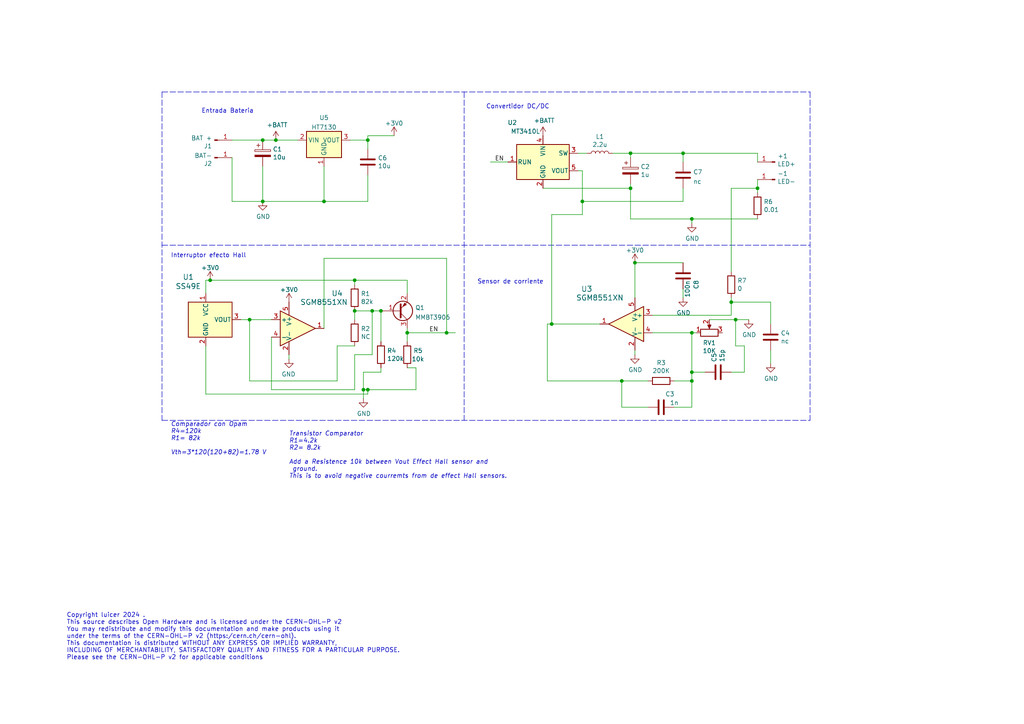
<source format=kicad_sch>
(kicad_sch (version 20211123) (generator eeschema)
  (paper "A4")
  (title_block (title "Driver Switching Regulator ") (company "Luicer's Lab"))
  (lib_symbols
    (symbol "Buck:MT3410L" (pin_names (offset 0.254))
      (property "Reference" "U" (at -6.35 6.35 0))
      (property "Value" "MT3410L" (at 1.27 6.35 0))
      (symbol "MT3410L_0_1"
        (rectangle (start -7.62 5.08) (end 7.62 -5.08) (stroke (width 0.254)) (fill (type background)))
      )
      (symbol "MT3410L_1_1"
        (pin input line (at -10.16 0 0) (length 2.54) (name "RUN") (number "1"))
        (pin power_in line (at 0 -7.62 90) (length 2.54) (name "GND") (number "2"))
        (pin output line (at 10.16 2.54 180) (length 2.54) (name "SW") (number "3"))
        (pin power_in line (at 0 7.62 270) (length 2.54) (name "VIN") (number "4"))
        (pin power_out line (at 10.16 -2.54 180) (length 2.54) (name "VOUT") (number "5"))
      )
    )
    (symbol "Buck:SGM8551XN" (pin_names (offset 0.254))
      (property "Reference" "U" (at 30.48 6.35 0))
      (property "Value" "SGM8551XN" (at 30.48 3.81 0))
      (symbol "SGM8551XN_1_1"
        (polyline (pts (xy 26.67 -3.81) (xy 16.51 1.27) (xy 16.51 -8.89) (xy 26.67 -3.81)) (stroke (width 0.254)) (fill (type background)))
        (pin output line (at 29.21 -3.81 180) (length 2.54) (name "~") (number "1"))
        (pin power_in line (at 19.05 -11.43 90) (length 3.81) (name "V-") (number "2"))
        (pin input line (at 13.97 -1.27 0) (length 2.54) (name "+") (number "3"))
        (pin input line (at 13.97 -6.35 0) (length 2.54) (name "-") (number "4"))
        (pin power_in line (at 19.05 3.81 270) (length 3.81) (name "V+") (number "5"))
      )
    )
    (symbol "Buck:SS49E" (pin_names (offset 0.254))
      (property "Reference" "U" (at 20.32 10.16 0))
      (property "Value" "SS49E" (at 20.32 7.62 0))
      (symbol "SS49E_1_1"
        (rectangle (start 20.32 2.54) (end 33.02 -7.62) (stroke (width 0.254)) (fill (type background)))
        (pin power_in line (at 25.4 5.08 270) (length 2.54) (name "VCC") (number "1"))
        (pin power_in line (at 25.4 -10.16 90) (length 2.54) (name "GND") (number "2"))
        (pin output line (at 35.56 -2.54 180) (length 2.54) (name "VOUT") (number "3"))
      )
    )
    (symbol "Connector:Conn_01x01_Male" (pin_names (offset 1.016) hide)
      (property "Reference" "J" (at 0 2.54 0))
      (property "Value" "Conn_01x01_Male" (at 0 -2.54 0))
      (symbol "Conn_01x01_Male_1_1"
        (polyline (pts (xy 1.27 0) (xy 0.8636 0)) (stroke (width 0.1524)))
        (rectangle (start 0.8636 0.127) (end 0 -0.127) (stroke (width 0.1524)) (fill (type outline)))
        (pin passive line (at 5.08 0 180) (length 3.81) (name "Pin_1") (number "1"))
      )
    )
    (symbol "Device:C" (pin_numbers hide) (pin_names (offset 0.254))
      (property "Reference" "C" (at 0.635 2.54 0))
      (property "Value" "C" (at 0.635 -2.54 0))
      (symbol "C_0_1"
        (polyline (pts (xy -2.032 -0.762) (xy 2.032 -0.762)) (stroke (width 0.508)))
        (polyline (pts (xy -2.032 0.762) (xy 2.032 0.762)) (stroke (width 0.508)))
      )
      (symbol "C_1_1"
        (pin passive line (at 0 3.81 270) (length 2.794) (name "~") (number "1"))
        (pin passive line (at 0 -3.81 90) (length 2.794) (name "~") (number "2"))
      )
    )
    (symbol "Device:C_Polarized" (pin_numbers hide) (pin_names (offset 0.254))
      (property "Reference" "C" (at 0.635 2.54 0))
      (property "Value" "C_Polarized" (at 0.635 -2.54 0))
      (symbol "C_Polarized_0_1"
        (rectangle (start -2.286 0.508) (end 2.286 1.016))
        (polyline (pts (xy -1.778 2.286) (xy -0.762 2.286)))
        (polyline (pts (xy -1.27 2.794) (xy -1.27 1.778)))
        (rectangle (start 2.286 -0.508) (end -2.286 -1.016) (fill (type outline)))
      )
      (symbol "C_Polarized_1_1"
        (pin passive line (at 0 3.81 270) (length 2.794) (name "~") (number "1"))
        (pin passive line (at 0 -3.81 90) (length 2.794) (name "~") (number "2"))
      )
    )
    (symbol "Device:L" (pin_numbers hide) (pin_names (offset 1.016) hide)
      (property "Reference" "L" (at -1.27 0 90))
      (property "Value" "L" (at 1.905 0 90))
      (symbol "L_0_1"
        (arc (start 0 -2.54) (mid 0.635 -1.905) (end 0 -1.27))
        (arc (start 0 -1.27) (mid 0.635 -0.635) (end 0 0))
        (arc (start 0 0) (mid 0.635 0.635) (end 0 1.27))
        (arc (start 0 1.27) (mid 0.635 1.905) (end 0 2.54))
      )
      (symbol "L_1_1"
        (pin passive line (at 0 3.81 270) (length 1.27) (name "1") (number "1"))
        (pin passive line (at 0 -3.81 90) (length 1.27) (name "2") (number "2"))
      )
    )
    (symbol "Device:R" (pin_numbers hide) (pin_names (offset 0))
      (property "Reference" "R" (at 2.032 0 90))
      (property "Value" "R" (at 0 0 90))
      (symbol "R_0_1"
        (rectangle (start -1.016 -2.54) (end 1.016 2.54) (stroke (width 0.254)))
      )
      (symbol "R_1_1"
        (pin passive line (at 0 3.81 270) (length 1.27) (name "~") (number "1"))
        (pin passive line (at 0 -3.81 90) (length 1.27) (name "~") (number "2"))
      )
    )
    (symbol "Device:R_Potentiometer" (pin_names (offset 1.016) hide)
      (property "Reference" "RV" (at -4.445 0 90))
      (property "Value" "R_Potentiometer" (at -2.54 0 90))
      (symbol "R_Potentiometer_0_1"
        (polyline (pts (xy 2.54 0) (xy 1.524 0)))
        (polyline (pts (xy 1.143 0) (xy 2.286 0.508) (xy 2.286 -0.508) (xy 1.143 0)) (fill (type outline)))
        (rectangle (start 1.016 2.54) (end -1.016 -2.54) (stroke (width 0.254)))
      )
      (symbol "R_Potentiometer_1_1"
        (pin passive line (at 0 3.81 270) (length 1.27) (name "1") (number "1"))
        (pin passive line (at 3.81 0 180) (length 1.27) (name "2") (number "2"))
        (pin passive line (at 0 -3.81 90) (length 1.27) (name "3") (number "3"))
      )
    )
    (symbol "Regulator_Linear:HT75xx-1-SOT89"
      (property "Reference" "U" (at -5.08 -3.81 0))
      (property "Value" "HT75xx-1-SOT89" (at 0 6.35 0))
      (symbol "HT75xx-1-SOT89_0_1"
        (rectangle (start -5.08 5.08) (end 5.08 -2.54) (stroke (width 0.254)) (fill (type background)))
      )
      (symbol "HT75xx-1-SOT89_1_1"
        (pin power_in line (at 0 -5.08 90) (length 2.54) (name "GND") (number "1"))
        (pin power_in line (at -7.62 2.54 0) (length 2.54) (name "VIN") (number "2"))
        (pin power_out line (at 7.62 2.54 180) (length 2.54) (name "VOUT") (number "3"))
      )
    )
    (symbol "Transistor_BJT:MMBT3906" (pin_names (offset 0) hide)
      (property "Reference" "Q" (at 5.08 1.905 0))
      (property "Value" "MMBT3906" (at 5.08 0 0))
      (symbol "MMBT3906_0_1"
        (polyline (pts (xy 0.635 0.635) (xy 2.54 2.54)))
        (polyline (pts (xy 0.635 -0.635) (xy 2.54 -2.54) (xy 2.54 -2.54)))
        (polyline (pts (xy 0.635 1.905) (xy 0.635 -1.905) (xy 0.635 -1.905)) (stroke (width 0.508)))
        (polyline (pts (xy 2.286 -1.778) (xy 1.778 -2.286) (xy 1.27 -1.27) (xy 2.286 -1.778) (xy 2.286 -1.778)) (fill (type outline)))
        (circle (center 1.27 0) (radius 2.8194) (stroke (width 0.254)))
      )
      (symbol "MMBT3906_1_1"
        (pin input line (at -5.08 0 0) (length 5.715) (name "B") (number "1"))
        (pin passive line (at 2.54 -5.08 90) (length 2.54) (name "E") (number "2"))
        (pin passive line (at 2.54 5.08 270) (length 2.54) (name "C") (number "3"))
      )
    )
    (symbol "power:+3V0" (power) (pin_names (offset 0))
      (property "Value" "+3V0" (at 0 3.556 0))
      (symbol "+3V0_0_1"
        (polyline (pts (xy -0.762 1.27) (xy 0 2.54)))
        (polyline (pts (xy 0 0) (xy 0 2.54)))
        (polyline (pts (xy 0 2.54) (xy 0.762 1.27)))
      )
      (symbol "+3V0_1_1"
        (pin power_in line (at 0 0 90) (length 0) hide (name "+3V0") (number "1"))
      )
    )
    (symbol "power:+BATT" (power) (pin_names (offset 0))
      (property "Value" "+BATT" (at 0 3.556 0))
      (symbol "+BATT_0_1"
        (polyline (pts (xy -0.762 1.27) (xy 0 2.54)))
        (polyline (pts (xy 0 0) (xy 0 2.54)))
        (polyline (pts (xy 0 2.54) (xy 0.762 1.27)))
      )
      (symbol "+BATT_1_1"
        (pin power_in line (at 0 0 90) (length 0) hide (name "+BATT") (number "1"))
      )
    )
    (symbol "power:GND" (power) (pin_names (offset 0))
      (property "Value" "GND" (at 0 -3.81 0))
      (symbol "GND_0_1"
        (polyline (pts (xy 0 0) (xy 0 -1.27) (xy 1.27 -1.27) (xy 0 -2.54) (xy -1.27 -1.27) (xy 0 -1.27)))
      )
      (symbol "GND_1_1"
        (pin power_in line (at 0 0 270) (length 0) hide (name "GND") (number "1"))
      )
    )
  )
  (junction (at 160.02 93.98))
  (junction (at 182.88 54.61))
  (junction (at 72.39 92.71))
  (junction (at 200.66 96.52))
  (junction (at 198.12 44.45))
  (junction (at 212.09 87.63))
  (junction (at 107.95 90.17))
  (junction (at 200.66 63.5))
  (junction (at 219.71 54.61))
  (junction (at 180.34 110.49))
  (junction (at 129.54 96.52))
  (junction (at 106.68 40.64))
  (junction (at 184.15 76.2))
  (junction (at 200.66 110.49))
  (junction (at 102.87 81.28))
  (junction (at 213.36 92.71))
  (junction (at 60.96 81.28))
  (junction (at 118.11 96.52))
  (junction (at 76.2 58.42))
  (junction (at 168.91 58.42))
  (junction (at 76.2 40.64))
  (junction (at 182.88 44.45))
  (junction (at 200.66 107.95))
  (junction (at 105.41 113.03))
  (junction (at 102.87 90.17))
  (junction (at 93.98 58.42))
  (junction (at 106.68 113.03))
  (junction (at 110.49 90.17))
  (junction (at 80.01 40.64))
  (wire (pts (xy 180.34 110.49) (xy 187.96 110.49)))
  (wire (pts (xy 102.87 90.17) (xy 107.95 90.17)))
  (wire (pts (xy 59.69 81.28) (xy 59.69 85.09)))
  (wire (pts (xy 83.82 102.87) (xy 83.82 104.14)))
  (wire (pts (xy 200.66 118.11) (xy 195.58 118.11)))
  (polyline (pts (xy 234.95 26.67) (xy 234.95 121.92)))
  (wire (pts (xy 72.39 110.49) (xy 72.39 92.71)))
  (wire (pts (xy 182.88 54.61) (xy 182.88 63.5)))
  (wire (pts (xy 107.95 90.17) (xy 107.95 102.87)))
  (wire (pts (xy 76.2 40.64) (xy 80.01 40.64)))
  (wire (pts (xy 97.79 110.49) (xy 97.79 100.33)))
  (wire (pts (xy 182.88 44.45) (xy 182.88 45.72)))
  (wire (pts (xy 110.49 90.17) (xy 110.49 99.06)))
  (wire (pts (xy 105.41 107.95) (xy 105.41 113.03)))
  (wire (pts (xy 212.09 87.63) (xy 223.52 87.63)))
  (wire (pts (xy 59.69 114.3) (xy 106.68 114.3)))
  (wire (pts (xy 189.23 91.44) (xy 212.09 91.44)))
  (wire (pts (xy 184.15 76.2) (xy 184.15 86.36)))
  (wire (pts (xy 212.09 107.95) (xy 215.9 107.95)))
  (wire (pts (xy 76.2 48.26) (xy 76.2 58.42)))
  (wire (pts (xy 102.87 102.87) (xy 107.95 102.87)))
  (wire (pts (xy 213.36 100.33) (xy 213.36 92.71)))
  (wire (pts (xy 198.12 54.61) (xy 198.12 58.42)))
  (wire (pts (xy 129.54 96.52) (xy 132.08 96.52)))
  (wire (pts (xy 168.91 49.53) (xy 168.91 58.42)))
  (wire (pts (xy 93.98 74.93) (xy 129.54 74.93)))
  (wire (pts (xy 106.68 58.42) (xy 93.98 58.42)))
  (wire (pts (xy 102.87 81.28) (xy 102.87 82.55)))
  (wire (pts (xy 212.09 91.44) (xy 212.09 87.63)))
  (wire (pts (xy 78.74 97.79) (xy 78.74 113.03)))
  (wire (pts (xy 118.11 96.52) (xy 129.54 96.52)))
  (wire (pts (xy 76.2 58.42) (xy 67.31 58.42)))
  (wire (pts (xy 78.74 113.03) (xy 102.87 113.03)))
  (wire (pts (xy 107.95 90.17) (xy 110.49 90.17)))
  (wire (pts (xy 223.52 87.63) (xy 223.52 93.98)))
  (wire (pts (xy 120.65 106.68) (xy 120.65 113.03)))
  (wire (pts (xy 219.71 46.99) (xy 219.71 44.45)))
  (wire (pts (xy 142.24 46.99) (xy 147.32 46.99)))
  (wire (pts (xy 198.12 44.45) (xy 198.12 46.99)))
  (wire (pts (xy 59.69 81.28) (xy 60.96 81.28)))
  (wire (pts (xy 223.52 101.6) (xy 223.52 105.41)))
  (wire (pts (xy 97.79 100.33) (xy 102.87 100.33)))
  (wire (pts (xy 215.9 107.95) (xy 215.9 100.33)))
  (wire (pts (xy 215.9 100.33) (xy 213.36 100.33)))
  (wire (pts (xy 69.85 92.71) (xy 72.39 92.71)))
  (wire (pts (xy 101.6 40.64) (xy 106.68 40.64)))
  (wire (pts (xy 173.99 93.98) (xy 160.02 93.98)))
  (polyline (pts (xy 46.99 121.92) (xy 234.95 121.92)))
  (wire (pts (xy 167.64 44.45) (xy 170.18 44.45)))
  (wire (pts (xy 167.64 49.53) (xy 168.91 49.53)))
  (wire (pts (xy 110.49 107.95) (xy 105.41 107.95)))
  (wire (pts (xy 157.48 54.61) (xy 182.88 54.61)))
  (wire (pts (xy 105.41 113.03) (xy 106.68 113.03)))
  (wire (pts (xy 93.98 48.26) (xy 93.98 58.42)))
  (wire (pts (xy 67.31 45.72) (xy 67.31 58.42)))
  (wire (pts (xy 105.41 113.03) (xy 105.41 115.57)))
  (wire (pts (xy 168.91 58.42) (xy 198.12 58.42)))
  (wire (pts (xy 219.71 54.61) (xy 219.71 52.07)))
  (wire (pts (xy 118.11 99.06) (xy 118.11 96.52)))
  (wire (pts (xy 200.66 107.95) (xy 200.66 96.52)))
  (wire (pts (xy 200.66 110.49) (xy 200.66 118.11)))
  (wire (pts (xy 200.66 96.52) (xy 201.93 96.52)))
  (wire (pts (xy 102.87 81.28) (xy 118.11 81.28)))
  (wire (pts (xy 177.8 44.45) (xy 182.88 44.45)))
  (wire (pts (xy 106.68 50.8) (xy 106.68 58.42)))
  (wire (pts (xy 106.68 113.03) (xy 120.65 113.03)))
  (wire (pts (xy 118.11 81.28) (xy 118.11 85.09)))
  (wire (pts (xy 205.74 92.71) (xy 213.36 92.71)))
  (wire (pts (xy 106.68 114.3) (xy 106.68 113.03)))
  (wire (pts (xy 200.66 110.49) (xy 200.66 107.95)))
  (wire (pts (xy 212.09 78.74) (xy 212.09 54.61)))
  (wire (pts (xy 72.39 110.49) (xy 97.79 110.49)))
  (polyline (pts (xy 134.62 26.67) (xy 134.62 121.92)))
  (wire (pts (xy 189.23 96.52) (xy 200.66 96.52)))
  (wire (pts (xy 184.15 76.2) (xy 198.12 76.2)))
  (wire (pts (xy 182.88 44.45) (xy 198.12 44.45)))
  (wire (pts (xy 129.54 74.93) (xy 129.54 96.52)))
  (wire (pts (xy 212.09 87.63) (xy 212.09 86.36)))
  (wire (pts (xy 219.71 55.88) (xy 219.71 54.61)))
  (wire (pts (xy 93.98 95.25) (xy 93.98 74.93)))
  (polyline (pts (xy 46.99 71.12) (xy 234.95 71.12)))
  (wire (pts (xy 213.36 92.71) (xy 217.17 92.71)))
  (wire (pts (xy 158.75 93.98) (xy 158.75 110.49)))
  (polyline (pts (xy 46.99 26.67) (xy 46.99 121.92)))
  (wire (pts (xy 93.98 58.42) (xy 76.2 58.42)))
  (wire (pts (xy 110.49 106.68) (xy 110.49 107.95)))
  (wire (pts (xy 212.09 54.61) (xy 219.71 54.61)))
  (wire (pts (xy 160.02 93.98) (xy 158.75 93.98)))
  (wire (pts (xy 158.75 110.49) (xy 180.34 110.49)))
  (wire (pts (xy 184.15 101.6) (xy 184.15 102.87)))
  (wire (pts (xy 160.02 62.23) (xy 160.02 93.98)))
  (wire (pts (xy 102.87 90.17) (xy 102.87 92.71)))
  (wire (pts (xy 204.47 107.95) (xy 200.66 107.95)))
  (wire (pts (xy 187.96 118.11) (xy 180.34 118.11)))
  (wire (pts (xy 106.68 43.18) (xy 106.68 40.64)))
  (wire (pts (xy 200.66 64.77) (xy 200.66 63.5)))
  (wire (pts (xy 80.01 40.64) (xy 86.36 40.64)))
  (wire (pts (xy 198.12 44.45) (xy 219.71 44.45)))
  (wire (pts (xy 219.71 63.5) (xy 200.66 63.5)))
  (wire (pts (xy 182.88 54.61) (xy 182.88 53.34)))
  (wire (pts (xy 118.11 96.52) (xy 118.11 95.25)))
  (wire (pts (xy 118.11 106.68) (xy 120.65 106.68)))
  (wire (pts (xy 72.39 92.71) (xy 78.74 92.71)))
  (wire (pts (xy 182.88 63.5) (xy 200.66 63.5)))
  (wire (pts (xy 60.96 81.28) (xy 102.87 81.28)))
  (wire (pts (xy 160.02 62.23) (xy 168.91 62.23)))
  (wire (pts (xy 67.31 40.64) (xy 76.2 40.64)))
  (wire (pts (xy 198.12 83.82) (xy 198.12 86.36)))
  (wire (pts (xy 195.58 110.49) (xy 200.66 110.49)))
  (wire (pts (xy 106.68 39.37) (xy 106.68 40.64)))
  (wire (pts (xy 114.3 39.37) (xy 106.68 39.37)))
  (wire (pts (xy 180.34 118.11) (xy 180.34 110.49)))
  (polyline (pts (xy 46.99 26.67) (xy 234.95 26.67)))
  (wire (pts (xy 168.91 58.42) (xy 168.91 62.23)))
  (wire (pts (xy 102.87 113.03) (xy 102.87 102.87)))
  (wire (pts (xy 59.69 100.33) (xy 59.69 114.3)))
  (text "Transistor Comparator\nR1=4.2k\nR2= 8.2k\n\nAdd a Resistence 10k between Vout Effect Hall sensor and\n ground. \nThis is to avoid negative courremts from de effect Hall sensors.\n\n" (at 83.82 140.97 0) (effects (font (size 1.27 1.27) italic) (justify left bottom)))
  (text "Copyright luicer 2024 .\nThis source describes Open Hardware and is licensed under the CERN-OHL-P v2\nYou may redistribute and modify this documentation and make products using it \nunder the terms of the CERN-OHL-P v2 (https:/cern.ch/cern-ohl).\nThis documentation is distributed WITHOUT ANY EXPRESS OR IMPLIED WARRANTY, \nINCLUDING OF MERCHANTABILITY, SATISFACTORY QUALITY AND FITNESS FOR A PARTICULAR PURPOSE. \nPlease see the CERN-OHL-P v2 for applicable conditions\n" (at 19.304 191.516 0) (effects (font (size 1.27 1.27)) (justify left bottom)))
  (text "Convertidor DC/DC" (at 140.97 31.75 0) (effects (font (size 1.27 1.27)) (justify left bottom)))
  (text "Entrada Bateria" (at 58.42 33.02 0) (effects (font (size 1.27 1.27)) (justify left bottom)))
  (text "Interruptor efecto Hall\n" (at 49.53 74.93 0) (effects (font (size 1.27 1.27)) (justify left bottom)))
  (text "Sensor de corriente" (at 138.43 82.55 0) (effects (font (size 1.27 1.27)) (justify left bottom)))
  (text "Comparador con Opam\nR4=120k\nR1= 82k\n\nVth=3*120(120+82)=1.78 V" (at 49.53 132.08 0) (effects (font (size 1.27 1.27) italic) (justify left bottom)))
  (label "EN" (at 124.46 96.52 0))
  (label "EN" (at 143.51 46.99 0))
  (symbol (lib_id "Buck:MT3410L") (at 157.48 46.99 0) (unit 1)
    (property "Reference" "U2" (at 148.59 35.56 0))
    (property "Value" "MT3410L" (at 152.4 38.1 0))
    (property "Footprint" "Package_TO_SOT_SMD:TSOT-23-5" (effects hide))
  )
  (symbol (lib_id "Device:R") (at 219.71 59.69 0) (unit 1)
    (property "Reference" "R6" (at 221.488 58.5216 0) (effects (justify left)))
    (property "Value" "0.01" (at 221.488 60.833 0) (effects (justify left)))
    (property "Footprint" "Resistor_SMD:R_2512_6332Metric_Pad1.52x3.35mm_HandSolder" (effects hide))
  )
  (symbol (lib_id "Device:L") (at 173.99 44.45 90) (unit 1)
    (property "Reference" "L1" (at 173.99 39.624 90))
    (property "Value" "2.2u" (at 173.99 41.9354 90))
    (property "Footprint" "Linterna_MT340L:CD43NP-100MC" (effects hide))
  )
  (symbol (lib_id "Device:C_Polarized") (at 182.88 49.53 0) (unit 1)
    (property "Reference" "C2" (at 185.801 48.3616 0) (effects (justify left)))
    (property "Value" "1u" (at 185.801 50.673 0) (effects (justify left)))
    (property "Footprint" "Capacitor_SMD:C_0805_2012Metric_Pad1.15x1.40mm_HandSolder" (effects hide))
  )
  (symbol (lib_id "Connector:Conn_01x01_Male") (at 224.79 52.07 180) (unit 1)
    (property "Reference" "-1" (at 225.5012 50.3428 0) (effects (justify right)))
    (property "Value" "LED-" (at 225.5012 52.6542 0) (effects (justify right)))
    (property "Footprint" "Linterna_MT340L:Solder_Pad3_3" (effects hide))
  )
  (symbol (lib_id "Connector:Conn_01x01_Male") (at 224.79 46.99 180) (unit 1)
    (property "Reference" "+1" (at 225.5012 45.2628 0) (effects (justify right)))
    (property "Value" "LED+" (at 225.5012 47.5742 0) (effects (justify right)))
    (property "Footprint" "Linterna_MT340L:Solder_Pad3_3" (effects hide))
  )
  (symbol (lib_id "Device:R_Potentiometer") (at 205.74 96.52 90) (unit 1)
    (property "Reference" "RV1" (at 205.74 99.441 90))
    (property "Value" "10K" (at 205.74 101.7524 90))
    (property "Footprint" "Linterna_MT340L:TC33X-2-103E" (effects hide))
  )
  (symbol (lib_id "Device:R") (at 191.77 110.49 270) (unit 1)
    (property "Reference" "R3" (at 191.77 105.2322 90))
    (property "Value" "200K" (at 191.77 107.5436 90))
    (property "Footprint" "Resistor_SMD:R_0805_2012Metric_Pad1.15x1.40mm_HandSolder" (effects hide))
  )
  (symbol (lib_id "Device:C") (at 223.52 97.79 0) (unit 1)
    (property "Reference" "C4" (at 226.441 96.6216 0) (effects (justify left)))
    (property "Value" "nc" (at 226.441 98.933 0) (effects (justify left)))
    (property "Footprint" "Capacitor_SMD:C_0805_2012Metric_Pad1.15x1.40mm_HandSolder" (effects hide))
  )
  (symbol (lib_id "Buck:SGM8551XN") (at 203.2 90.17 0) (mirror y) (unit 1)
    (property "Reference" "U3" (at 170.18 83.82 0) (effects (font (size 1.524 1.524))))
    (property "Value" "SGM8551XN" (at 173.99 86.36 0) (effects (font (size 1.524 1.524))))
    (property "Footprint" "Package_TO_SOT_SMD:SOT-23-5" (effects hide))
  )
  (symbol (lib_id "power:GND") (at 200.66 64.77 0) (unit 1)
    (property "Reference" "#PWR09" (effects hide))
    (property "Value" "GND" (at 200.787 69.1642 0))
  )
  (symbol (lib_id "power:GND") (at 217.17 92.71 0) (unit 1)
    (property "Reference" "#PWR010" (effects hide))
    (property "Value" "GND" (at 217.297 97.1042 0))
  )
  (symbol (lib_id "power:GND") (at 223.52 105.41 0) (unit 1)
    (property "Reference" "#PWR011" (effects hide))
    (property "Value" "GND" (at 223.647 109.8042 0))
  )
  (symbol (lib_id "power:GND") (at 184.15 102.87 0) (unit 1)
    (property "Reference" "#PWR08" (effects hide))
    (property "Value" "GND" (at 184.277 107.2642 0))
  )
  (symbol (lib_id "Device:C") (at 191.77 118.11 270) (unit 1)
    (property "Reference" "C3" (at 194.31 114.3 90))
    (property "Value" "1n" (at 195.58 116.84 90))
    (property "Footprint" "Capacitor_SMD:C_0805_2012Metric_Pad1.15x1.40mm_HandSolder" (effects hide))
  )
  (symbol (lib_id "Buck:SS49E") (at 34.29 90.17 0) (unit 1)
    (property "Reference" "U1" (at 54.61 80.3402 0) (effects (font (size 1.524 1.524))))
    (property "Value" "SS49E" (at 54.61 83.0326 0) (effects (font (size 1.524 1.524))))
    (property "Footprint" "Linterna_MT340L:SS49E" (effects hide))
  )
  (symbol (lib_id "Connector:Conn_01x01_Male") (at 62.23 40.64 0) (unit 1)
    (property "Reference" "J1" (at 61.5188 42.3672 0) (effects (justify right)))
    (property "Value" "BAT +" (at 61.5188 40.0558 0) (effects (justify right)))
    (property "Footprint" "Linterna_MT340L:Lin_Pad+" (effects hide))
  )
  (symbol (lib_id "Connector:Conn_01x01_Male") (at 62.23 45.72 0) (unit 1)
    (property "Reference" "J2" (at 61.5188 47.4472 0) (effects (justify right)))
    (property "Value" "BAT-" (at 61.5188 45.1358 0) (effects (justify right)))
    (property "Footprint" "Linterna_MT340L:Lin_Pad-" (effects hide))
  )
  (symbol (lib_id "Device:C_Polarized") (at 76.2 44.45 0) (unit 1)
    (property "Reference" "C1" (at 79.121 43.2816 0) (effects (justify left)))
    (property "Value" "10u" (at 79.121 45.593 0) (effects (justify left)))
    (property "Footprint" "Capacitor_Tantalum_SMD:CP_EIA-3216-18_Kemet-A_Pad1.58x1.35mm_HandSolder" (effects hide))
  )
  (symbol (lib_id "power:GND") (at 76.2 58.42 0) (unit 1)
    (property "Reference" "#PWR01" (effects hide))
    (property "Value" "GND" (at 76.327 62.8142 0))
  )
  (symbol (lib_id "power:+BATT") (at 157.48 39.37 0) (unit 1)
    (property "Reference" "#PWR06" (effects hide))
    (property "Value" "+BATT" (at 157.861 34.9758 0))
  )
  (symbol (lib_id "power:+BATT") (at 80.01 40.64 0) (unit 1)
    (property "Reference" "#PWR02" (effects hide))
    (property "Value" "+BATT" (at 80.391 36.2458 0))
  )
  (symbol (lib_id "Device:R") (at 102.87 86.36 0) (unit 1)
    (property "Reference" "R1" (at 104.648 85.1916 0) (effects (justify left)))
    (property "Value" "82k" (at 104.648 87.503 0) (effects (justify left)))
    (property "Footprint" "Resistor_SMD:R_0805_2012Metric_Pad1.15x1.40mm_HandSolder" (effects hide))
  )
  (symbol (lib_id "Device:R") (at 102.87 96.52 0) (unit 1)
    (property "Reference" "R2" (at 104.648 95.3516 0) (effects (justify left)))
    (property "Value" "NC" (at 104.648 97.663 0) (effects (justify left)))
    (property "Footprint" "Resistor_SMD:R_0805_2012Metric_Pad1.15x1.40mm_HandSolder" (effects hide))
  )
  (symbol (lib_id "power:GND") (at 105.41 115.57 0) (unit 1)
    (property "Reference" "#PWR05" (effects hide))
    (property "Value" "GND" (at 105.537 119.9642 0))
  )
  (symbol (lib_id "Device:R") (at 212.09 82.55 0) (unit 1)
    (property "Reference" "R7" (at 213.868 81.3816 0) (effects (justify left)))
    (property "Value" "0" (at 213.868 83.693 0) (effects (justify left)))
    (property "Footprint" "Resistor_SMD:R_0805_2012Metric_Pad1.15x1.40mm_HandSolder" (effects hide))
  )
  (symbol (lib_id "Device:C") (at 208.28 107.95 90) (unit 1)
    (property "Reference" "C5" (at 207.1116 105.029 0) (effects (justify left)))
    (property "Value" "15p" (at 209.423 105.029 0) (effects (justify left)))
    (property "Footprint" "Capacitor_SMD:C_0805_2012Metric_Pad1.15x1.40mm_HandSolder" (effects hide))
  )
  (symbol (lib_id "Device:C") (at 198.12 80.01 180) (unit 1)
    (property "Reference" "C8" (at 201.93 82.55 90))
    (property "Value" "100n" (at 199.39 83.82 90))
    (property "Footprint" "Capacitor_SMD:C_0805_2012Metric_Pad1.18x1.45mm_HandSolder" (effects hide))
  )
  (symbol (lib_id "Device:R") (at 110.49 102.87 0) (unit 1)
    (property "Reference" "R4" (at 112.268 101.7016 0) (effects (justify left)))
    (property "Value" "120k" (at 112.268 104.013 0) (effects (justify left)))
    (property "Footprint" "Resistor_SMD:R_0805_2012Metric_Pad1.15x1.40mm_HandSolder" (effects hide))
  )
  (symbol (lib_id "Transistor_BJT:MMBT3906") (at 115.57 90.17 0) (mirror x) (unit 1)
    (property "Reference" "Q1" (at 120.4214 89.2615 0) (effects (justify left)))
    (property "Value" "MMBT3906" (at 120.4214 92.0366 0) (effects (justify left)))
    (property "Footprint" "Package_TO_SOT_SMD:SOT-23" (effects hide))
    (property "Datasheet" "https://www.onsemi.com/pub/Collateral/2N3906-D.PDF" (effects hide))
  )
  (symbol (lib_id "Buck:SGM8551XN") (at 64.77 91.44 0) (unit 1)
    (property "Reference" "U4" (at 97.79 85.09 0) (effects (font (size 1.524 1.524))))
    (property "Value" "SGM8551XN" (at 93.98 87.63 0) (effects (font (size 1.524 1.524))))
    (property "Footprint" "Package_TO_SOT_SMD:SOT-23-5" (effects hide))
  )
  (symbol (lib_id "power:+3V0") (at 60.96 81.28 0) (unit 1)
    (property "Reference" "#PWR03" (effects hide))
    (property "Value" "+3V0" (at 60.96 77.6755 0))
  )
  (symbol (lib_id "power:GND") (at 83.82 104.14 0) (mirror y) (unit 1)
    (property "Reference" "#PWR07" (effects hide))
    (property "Value" "GND" (at 83.693 108.5342 0))
  )
  (symbol (lib_id "Device:C") (at 106.68 46.99 0) (unit 1)
    (property "Reference" "C6" (at 109.601 45.8216 0) (effects (justify left)))
    (property "Value" "10u" (at 109.601 48.133 0) (effects (justify left)))
    (property "Footprint" "Capacitor_SMD:C_0805_2012Metric_Pad1.18x1.45mm_HandSolder" (effects hide))
  )
  (symbol (lib_id "Regulator_Linear:HT75xx-1-SOT89") (at 93.98 43.18 0) (unit 1)
    (property "Reference" "U5" (at 93.98 34.1335 0))
    (property "Value" "HT7130" (at 93.98 36.9086 0))
    (property "Footprint" "Package_TO_SOT_SMD:SOT-89-3" (effects hide))
    (property "Datasheet" "https://www.holtek.com/documents/10179/116711/HT75xx-1v250.pdf" (effects hide))
  )
  (symbol (lib_id "power:+3V0") (at 83.82 87.63 0) (mirror y) (unit 1)
    (property "Reference" "#PWR04" (effects hide))
    (property "Value" "+3V0" (at 83.82 84.0255 0))
  )
  (symbol (lib_id "Device:C") (at 198.12 50.8 0) (unit 1)
    (property "Reference" "C7" (at 201.041 49.8915 0) (effects (justify left)))
    (property "Value" "nc" (at 201.041 52.6666 0) (effects (justify left)))
    (property "Footprint" "Capacitor_SMD:C_0805_2012Metric_Pad1.18x1.45mm_HandSolder" (effects hide))
  )
  (symbol (lib_id "Device:R") (at 118.11 102.87 0) (unit 1)
    (property "Reference" "R5" (at 119.888 101.7016 0) (effects (justify left)))
    (property "Value" "10k" (at 119.38 104.14 0) (effects (justify left)))
    (property "Footprint" "Resistor_SMD:R_0805_2012Metric_Pad1.15x1.40mm_HandSolder" (effects hide))
  )
  (symbol (lib_id "power:+3V0") (at 184.15 76.2 0) (unit 1)
    (property "Reference" "#PWR013" (effects hide))
    (property "Value" "+3V0" (at 184.15 72.5955 0))
  )
  (symbol (lib_id "power:GND") (at 198.12 86.36 0) (unit 1)
    (property "Reference" "#PWR014" (effects hide))
    (property "Value" "GND" (at 198.247 90.7542 0))
  )
  (symbol (lib_id "power:+3V0") (at 114.3 39.37 0) (unit 1)
    (property "Reference" "#PWR012" (effects hide))
    (property "Value" "+3V0" (at 114.3 35.7655 0))
  )
)
</source>
